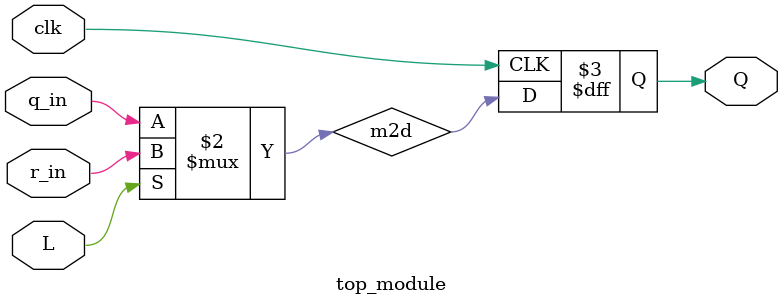
<source format=v>
module top_module (
	input clk,
	input L,
	input r_in,
	input q_in,
	output reg Q);

    wire m2d;
    
    always @(posedge clk)
        Q <= m2d;
    
    assign m2d = L ? r_in : q_in;
    
endmodule

</source>
